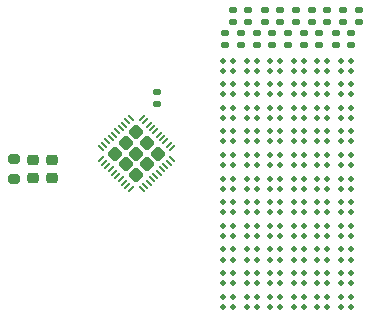
<source format=gbr>
%TF.GenerationSoftware,KiCad,Pcbnew,7.0.1*%
%TF.CreationDate,2023-04-05T13:45:38+02:00*%
%TF.ProjectId,LED_Driver_Evaluation,4c45445f-4472-4697-9665-725f4576616c,1.0*%
%TF.SameCoordinates,Original*%
%TF.FileFunction,Paste,Top*%
%TF.FilePolarity,Positive*%
%FSLAX46Y46*%
G04 Gerber Fmt 4.6, Leading zero omitted, Abs format (unit mm)*
G04 Created by KiCad (PCBNEW 7.0.1) date 2023-04-05 13:45:38*
%MOMM*%
%LPD*%
G01*
G04 APERTURE LIST*
G04 Aperture macros list*
%AMRoundRect*
0 Rectangle with rounded corners*
0 $1 Rounding radius*
0 $2 $3 $4 $5 $6 $7 $8 $9 X,Y pos of 4 corners*
0 Add a 4 corners polygon primitive as box body*
4,1,4,$2,$3,$4,$5,$6,$7,$8,$9,$2,$3,0*
0 Add four circle primitives for the rounded corners*
1,1,$1+$1,$2,$3*
1,1,$1+$1,$4,$5*
1,1,$1+$1,$6,$7*
1,1,$1+$1,$8,$9*
0 Add four rect primitives between the rounded corners*
20,1,$1+$1,$2,$3,$4,$5,0*
20,1,$1+$1,$4,$5,$6,$7,0*
20,1,$1+$1,$6,$7,$8,$9,0*
20,1,$1+$1,$8,$9,$2,$3,0*%
G04 Aperture macros list end*
%ADD10RoundRect,0.135000X-0.185000X0.135000X-0.185000X-0.135000X0.185000X-0.135000X0.185000X0.135000X0*%
%ADD11RoundRect,0.112500X-0.112500X-0.112500X0.112500X-0.112500X0.112500X0.112500X-0.112500X0.112500X0*%
%ADD12RoundRect,0.225000X0.250000X-0.225000X0.250000X0.225000X-0.250000X0.225000X-0.250000X-0.225000X0*%
%ADD13RoundRect,0.200000X-0.275000X0.200000X-0.275000X-0.200000X0.275000X-0.200000X0.275000X0.200000X0*%
%ADD14RoundRect,0.135000X0.185000X-0.135000X0.185000X0.135000X-0.185000X0.135000X-0.185000X-0.135000X0*%
%ADD15RoundRect,0.250000X0.000000X-0.367696X0.367696X0.000000X0.000000X0.367696X-0.367696X0.000000X0*%
%ADD16RoundRect,0.050000X-0.194454X-0.265165X0.265165X0.194454X0.194454X0.265165X-0.265165X-0.194454X0*%
%ADD17RoundRect,0.050000X0.194454X-0.265165X0.265165X-0.194454X-0.194454X0.265165X-0.265165X0.194454X0*%
G04 APERTURE END LIST*
D10*
%TO.C,R16*%
X137850000Y-56890000D03*
X137850000Y-57910000D03*
%TD*%
D11*
%TO.C,D55*%
X137700000Y-81150000D03*
X138550000Y-81150000D03*
X138550000Y-82000000D03*
X137700000Y-82000000D03*
%TD*%
%TO.C,D18*%
X143700000Y-73150000D03*
X144550000Y-73150000D03*
X144550000Y-74000000D03*
X143700000Y-74000000D03*
%TD*%
%TO.C,D21*%
X143700000Y-79150000D03*
X144550000Y-79150000D03*
X144550000Y-80000000D03*
X143700000Y-80000000D03*
%TD*%
%TO.C,D36*%
X139700000Y-65150000D03*
X140550000Y-65150000D03*
X140550000Y-66000000D03*
X139700000Y-66000000D03*
%TD*%
%TO.C,D38*%
X139700000Y-69150000D03*
X140550000Y-69150000D03*
X140550000Y-70000000D03*
X139700000Y-70000000D03*
%TD*%
%TO.C,D5*%
X145700000Y-69150000D03*
X146550000Y-69150000D03*
X146550000Y-70000000D03*
X145700000Y-70000000D03*
%TD*%
%TO.C,D62*%
X135700000Y-73150000D03*
X136550000Y-73150000D03*
X136550000Y-74000000D03*
X135700000Y-74000000D03*
%TD*%
%TO.C,D33*%
X141700000Y-81150000D03*
X142550000Y-81150000D03*
X142550000Y-82000000D03*
X141700000Y-82000000D03*
%TD*%
%TO.C,D46*%
X137700000Y-63150000D03*
X138550000Y-63150000D03*
X138550000Y-64000000D03*
X137700000Y-64000000D03*
%TD*%
%TO.C,D24*%
X141700000Y-63150000D03*
X142550000Y-63150000D03*
X142550000Y-64000000D03*
X141700000Y-64000000D03*
%TD*%
D10*
%TO.C,R13*%
X139850000Y-58790000D03*
X139850000Y-59810000D03*
%TD*%
D11*
%TO.C,D10*%
X145700000Y-79150000D03*
X146550000Y-79150000D03*
X146550000Y-80000000D03*
X145700000Y-80000000D03*
%TD*%
%TO.C,D47*%
X137700000Y-65150000D03*
X138550000Y-65150000D03*
X138550000Y-66000000D03*
X137700000Y-66000000D03*
%TD*%
%TO.C,D35*%
X139700000Y-63150000D03*
X140550000Y-63150000D03*
X140550000Y-64000000D03*
X139700000Y-64000000D03*
%TD*%
D10*
%TO.C,R8*%
X143250000Y-56890000D03*
X143250000Y-57910000D03*
%TD*%
D11*
%TO.C,D22*%
X143700000Y-81150000D03*
X144550000Y-81150000D03*
X144550000Y-82000000D03*
X143700000Y-82000000D03*
%TD*%
%TO.C,D25*%
X141700000Y-65150000D03*
X142550000Y-65150000D03*
X142550000Y-66000000D03*
X141700000Y-66000000D03*
%TD*%
%TO.C,D52*%
X137700000Y-75150000D03*
X138550000Y-75150000D03*
X138550000Y-76000000D03*
X137700000Y-76000000D03*
%TD*%
%TO.C,D44*%
X139700000Y-81150000D03*
X140550000Y-81150000D03*
X140550000Y-82000000D03*
X139700000Y-82000000D03*
%TD*%
%TO.C,D32*%
X141700000Y-79150000D03*
X142550000Y-79150000D03*
X142550000Y-80000000D03*
X141700000Y-80000000D03*
%TD*%
%TO.C,D53*%
X137700000Y-77150000D03*
X138550000Y-77150000D03*
X138550000Y-78000000D03*
X137700000Y-78000000D03*
%TD*%
%TO.C,D15*%
X143700000Y-67150000D03*
X144550000Y-67150000D03*
X144550000Y-68000000D03*
X143700000Y-68000000D03*
%TD*%
%TO.C,D29*%
X141700000Y-73150000D03*
X142550000Y-73150000D03*
X142550000Y-74000000D03*
X141700000Y-74000000D03*
%TD*%
%TO.C,D14*%
X143700000Y-65150000D03*
X144550000Y-65150000D03*
X144550000Y-66000000D03*
X143700000Y-66000000D03*
%TD*%
%TO.C,D48*%
X137700000Y-67150000D03*
X138550000Y-67150000D03*
X138550000Y-68000000D03*
X137700000Y-68000000D03*
%TD*%
D10*
%TO.C,R7*%
X142550000Y-58790000D03*
X142550000Y-59810000D03*
%TD*%
%TO.C,R9*%
X141850000Y-56890000D03*
X141850000Y-57910000D03*
%TD*%
D11*
%TO.C,D8*%
X145700000Y-75150000D03*
X146550000Y-75150000D03*
X146550000Y-76000000D03*
X145700000Y-76000000D03*
%TD*%
%TO.C,D30*%
X141700000Y-75150000D03*
X142550000Y-75150000D03*
X142550000Y-76000000D03*
X141700000Y-76000000D03*
%TD*%
%TO.C,D58*%
X135700000Y-65150000D03*
X136550000Y-65150000D03*
X136550000Y-66000000D03*
X135700000Y-66000000D03*
%TD*%
%TO.C,D34*%
X139700000Y-61150000D03*
X140550000Y-61150000D03*
X140550000Y-62000000D03*
X139700000Y-62000000D03*
%TD*%
%TO.C,D11*%
X145700000Y-81150000D03*
X146550000Y-81150000D03*
X146550000Y-82000000D03*
X145700000Y-82000000D03*
%TD*%
%TO.C,D49*%
X137700000Y-69150000D03*
X138550000Y-69150000D03*
X138550000Y-70000000D03*
X137700000Y-70000000D03*
%TD*%
%TO.C,D13*%
X143700000Y-63150000D03*
X144550000Y-63150000D03*
X144550000Y-64000000D03*
X143700000Y-64000000D03*
%TD*%
%TO.C,D50*%
X137700000Y-71150000D03*
X138550000Y-71150000D03*
X138550000Y-72000000D03*
X137700000Y-72000000D03*
%TD*%
%TO.C,D1*%
X145700000Y-61150000D03*
X146550000Y-61150000D03*
X146550000Y-62000000D03*
X145700000Y-62000000D03*
%TD*%
%TO.C,D60*%
X135700000Y-69150000D03*
X136550000Y-69150000D03*
X136550000Y-70000000D03*
X135700000Y-70000000D03*
%TD*%
%TO.C,D39*%
X139700000Y-71150000D03*
X140550000Y-71150000D03*
X140550000Y-72000000D03*
X139700000Y-72000000D03*
%TD*%
%TO.C,D45*%
X137700000Y-61150000D03*
X138550000Y-61150000D03*
X138550000Y-62000000D03*
X137700000Y-62000000D03*
%TD*%
D10*
%TO.C,R15*%
X139250000Y-56890000D03*
X139250000Y-57910000D03*
%TD*%
D11*
%TO.C,D51*%
X137700000Y-73150000D03*
X138550000Y-73150000D03*
X138550000Y-74000000D03*
X137700000Y-74000000D03*
%TD*%
D12*
%TO.C,C1*%
X121250000Y-71125000D03*
X121250000Y-69575000D03*
%TD*%
D10*
%TO.C,R17*%
X136550000Y-56890000D03*
X136550000Y-57910000D03*
%TD*%
%TO.C,R11*%
X140550000Y-56890000D03*
X140550000Y-57910000D03*
%TD*%
D13*
%TO.C,R10*%
X118050000Y-69525000D03*
X118050000Y-71175000D03*
%TD*%
D11*
%TO.C,D16*%
X143700000Y-69150000D03*
X144550000Y-69150000D03*
X144550000Y-70000000D03*
X143700000Y-70000000D03*
%TD*%
%TO.C,D43*%
X139700000Y-79150000D03*
X140550000Y-79150000D03*
X140550000Y-80000000D03*
X139700000Y-80000000D03*
%TD*%
D10*
%TO.C,R5*%
X145250000Y-58790000D03*
X145250000Y-59810000D03*
%TD*%
%TO.C,R20*%
X135850000Y-58790000D03*
X135850000Y-59810000D03*
%TD*%
D11*
%TO.C,D37*%
X139700000Y-67150000D03*
X140550000Y-67150000D03*
X140550000Y-68000000D03*
X139700000Y-68000000D03*
%TD*%
D10*
%TO.C,R12*%
X141250000Y-58790000D03*
X141250000Y-59810000D03*
%TD*%
D11*
%TO.C,D19*%
X143700000Y-75150000D03*
X144550000Y-75150000D03*
X144550000Y-76000000D03*
X143700000Y-76000000D03*
%TD*%
%TO.C,D3*%
X145700000Y-65150000D03*
X146550000Y-65150000D03*
X146550000Y-66000000D03*
X145700000Y-66000000D03*
%TD*%
%TO.C,D65*%
X135700000Y-79150000D03*
X136550000Y-79150000D03*
X136550000Y-80000000D03*
X135700000Y-80000000D03*
%TD*%
D12*
%TO.C,C2*%
X119650000Y-71125000D03*
X119650000Y-69575000D03*
%TD*%
D10*
%TO.C,R18*%
X137250000Y-58790000D03*
X137250000Y-59810000D03*
%TD*%
%TO.C,R4*%
X144550000Y-56890000D03*
X144550000Y-57910000D03*
%TD*%
%TO.C,R3*%
X145850000Y-56890000D03*
X145850000Y-57910000D03*
%TD*%
D11*
%TO.C,D20*%
X143700000Y-77150000D03*
X144550000Y-77150000D03*
X144550000Y-78000000D03*
X143700000Y-78000000D03*
%TD*%
%TO.C,D12*%
X143700000Y-61150000D03*
X144550000Y-61150000D03*
X144550000Y-62000000D03*
X143700000Y-62000000D03*
%TD*%
%TO.C,D56*%
X135700000Y-61150000D03*
X136550000Y-61150000D03*
X136550000Y-62000000D03*
X135700000Y-62000000D03*
%TD*%
%TO.C,D4*%
X145700000Y-67150000D03*
X146550000Y-67150000D03*
X146550000Y-68000000D03*
X145700000Y-68000000D03*
%TD*%
%TO.C,D40*%
X139700000Y-73150000D03*
X140550000Y-73150000D03*
X140550000Y-74000000D03*
X139700000Y-74000000D03*
%TD*%
%TO.C,D54*%
X137700000Y-79150000D03*
X138550000Y-79150000D03*
X138550000Y-80000000D03*
X137700000Y-80000000D03*
%TD*%
%TO.C,D63*%
X135700000Y-75150000D03*
X136550000Y-75150000D03*
X136550000Y-76000000D03*
X135700000Y-76000000D03*
%TD*%
%TO.C,D61*%
X135700000Y-71150000D03*
X136550000Y-71150000D03*
X136550000Y-72000000D03*
X135700000Y-72000000D03*
%TD*%
%TO.C,D17*%
X143700000Y-71150000D03*
X144550000Y-71150000D03*
X144550000Y-72000000D03*
X143700000Y-72000000D03*
%TD*%
%TO.C,D7*%
X145700000Y-73150000D03*
X146550000Y-73150000D03*
X146550000Y-74000000D03*
X145700000Y-74000000D03*
%TD*%
D10*
%TO.C,R14*%
X138550000Y-58790000D03*
X138550000Y-59810000D03*
%TD*%
D11*
%TO.C,D26*%
X141700000Y-67150000D03*
X142550000Y-67150000D03*
X142550000Y-68000000D03*
X141700000Y-68000000D03*
%TD*%
%TO.C,D66*%
X135700000Y-81150000D03*
X136550000Y-81150000D03*
X136550000Y-82000000D03*
X135700000Y-82000000D03*
%TD*%
D10*
%TO.C,R6*%
X143850000Y-58790000D03*
X143850000Y-59810000D03*
%TD*%
D11*
%TO.C,D2*%
X145700000Y-63150000D03*
X146550000Y-63150000D03*
X146550000Y-64000000D03*
X145700000Y-64000000D03*
%TD*%
D10*
%TO.C,R2*%
X147250000Y-56890000D03*
X147250000Y-57910000D03*
%TD*%
D11*
%TO.C,D27*%
X141700000Y-69150000D03*
X142550000Y-69150000D03*
X142550000Y-70000000D03*
X141700000Y-70000000D03*
%TD*%
%TO.C,D41*%
X139700000Y-75150000D03*
X140550000Y-75150000D03*
X140550000Y-76000000D03*
X139700000Y-76000000D03*
%TD*%
%TO.C,D9*%
X145700000Y-77150000D03*
X146550000Y-77150000D03*
X146550000Y-78000000D03*
X145700000Y-78000000D03*
%TD*%
%TO.C,D57*%
X135700000Y-63150000D03*
X136550000Y-63150000D03*
X136550000Y-64000000D03*
X135700000Y-64000000D03*
%TD*%
%TO.C,D31*%
X141700000Y-77150000D03*
X142550000Y-77150000D03*
X142550000Y-78000000D03*
X141700000Y-78000000D03*
%TD*%
%TO.C,D42*%
X139700000Y-77150000D03*
X140550000Y-77150000D03*
X140550000Y-78000000D03*
X139700000Y-78000000D03*
%TD*%
D10*
%TO.C,R1*%
X146550000Y-58790000D03*
X146550000Y-59810000D03*
%TD*%
D11*
%TO.C,D23*%
X141700000Y-61150000D03*
X142550000Y-61150000D03*
X142550000Y-62000000D03*
X141700000Y-62000000D03*
%TD*%
%TO.C,D59*%
X135700000Y-67150000D03*
X136550000Y-67150000D03*
X136550000Y-68000000D03*
X135700000Y-68000000D03*
%TD*%
D14*
%TO.C,R19*%
X130125000Y-64835000D03*
X130125000Y-63815000D03*
%TD*%
D11*
%TO.C,D28*%
X141700000Y-71150000D03*
X142550000Y-71150000D03*
X142550000Y-72000000D03*
X141700000Y-72000000D03*
%TD*%
%TO.C,D6*%
X145700000Y-71150000D03*
X146550000Y-71150000D03*
X146550000Y-72000000D03*
X145700000Y-72000000D03*
%TD*%
%TO.C,D64*%
X135700000Y-77150000D03*
X136550000Y-77150000D03*
X136550000Y-78000000D03*
X135700000Y-78000000D03*
%TD*%
D15*
%TO.C,U1*%
X126582898Y-69025000D03*
X127480923Y-69923026D03*
X128378949Y-70821051D03*
X127480923Y-68126974D03*
X128378949Y-69025000D03*
X129276975Y-69923026D03*
X128378949Y-67228949D03*
X129276975Y-68126974D03*
X130175000Y-69025000D03*
D16*
X125356068Y-69502297D03*
X125638910Y-69785140D03*
X125921753Y-70067983D03*
X126204596Y-70350825D03*
X126487438Y-70633668D03*
X126770281Y-70916511D03*
X127053124Y-71199353D03*
X127335966Y-71482196D03*
X127618809Y-71765039D03*
X127901652Y-72047881D03*
D17*
X128856246Y-72047881D03*
X129139089Y-71765039D03*
X129421932Y-71482196D03*
X129704774Y-71199353D03*
X129987617Y-70916511D03*
X130270460Y-70633668D03*
X130553302Y-70350825D03*
X130836145Y-70067983D03*
X131118988Y-69785140D03*
X131401830Y-69502297D03*
D16*
X131401830Y-68547703D03*
X131118988Y-68264860D03*
X130836145Y-67982017D03*
X130553302Y-67699175D03*
X130270460Y-67416332D03*
X129987617Y-67133489D03*
X129704774Y-66850647D03*
X129421932Y-66567804D03*
X129139089Y-66284961D03*
X128856246Y-66002119D03*
D17*
X127901652Y-66002119D03*
X127618809Y-66284961D03*
X127335966Y-66567804D03*
X127053124Y-66850647D03*
X126770281Y-67133489D03*
X126487438Y-67416332D03*
X126204596Y-67699175D03*
X125921753Y-67982017D03*
X125638910Y-68264860D03*
X125356068Y-68547703D03*
%TD*%
M02*

</source>
